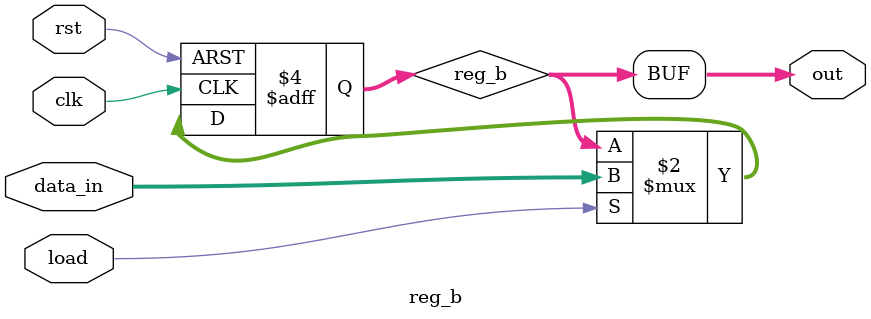
<source format=v>
`timescale 1ns / 1ps

module reg_b ( 
    input wire clk,
    input wire rst,
    input wire load,
    input wire [7:0] data_in,
    output wire [7:0] out
);
    reg [7:0] reg_b;

    always @(posedge clk, posedge rst) begin
        if (rst) begin 
            reg_b <= 8'b0;
        end else if (load) begin
            reg_b <= data_in;
        end
    end
    
    assign out = reg_b;

endmodule
</source>
